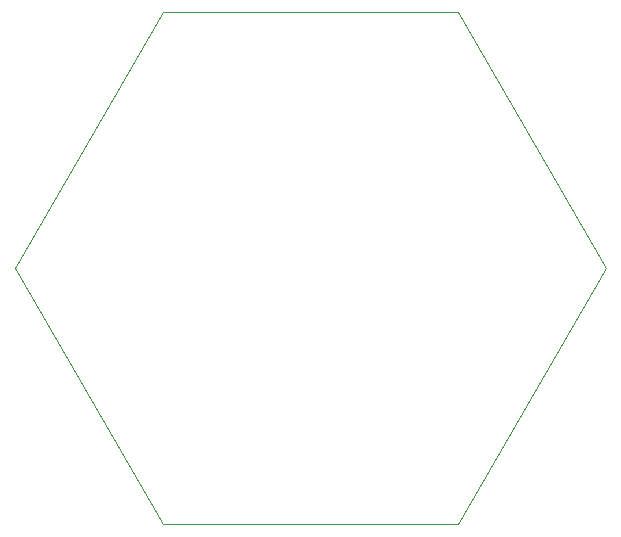
<source format=gbr>
%TF.GenerationSoftware,KiCad,Pcbnew,9.0.3*%
%TF.CreationDate,2025-09-26T09:37:04+02:00*%
%TF.ProjectId,PCB_PAPI,5043425f-5041-4504-992e-6b696361645f,rev?*%
%TF.SameCoordinates,Original*%
%TF.FileFunction,Profile,NP*%
%FSLAX46Y46*%
G04 Gerber Fmt 4.6, Leading zero omitted, Abs format (unit mm)*
G04 Created by KiCad (PCBNEW 9.0.3) date 2025-09-26 09:37:04*
%MOMM*%
%LPD*%
G01*
G04 APERTURE LIST*
%TA.AperFunction,Profile*%
%ADD10C,0.050000*%
%TD*%
G04 APERTURE END LIST*
D10*
X154000000Y-83000000D02*
X141500000Y-104650000D01*
X116500000Y-104650000D01*
X104000000Y-83000000D01*
X116500000Y-61350000D01*
X141500000Y-61350000D01*
X154000000Y-83000000D01*
M02*

</source>
